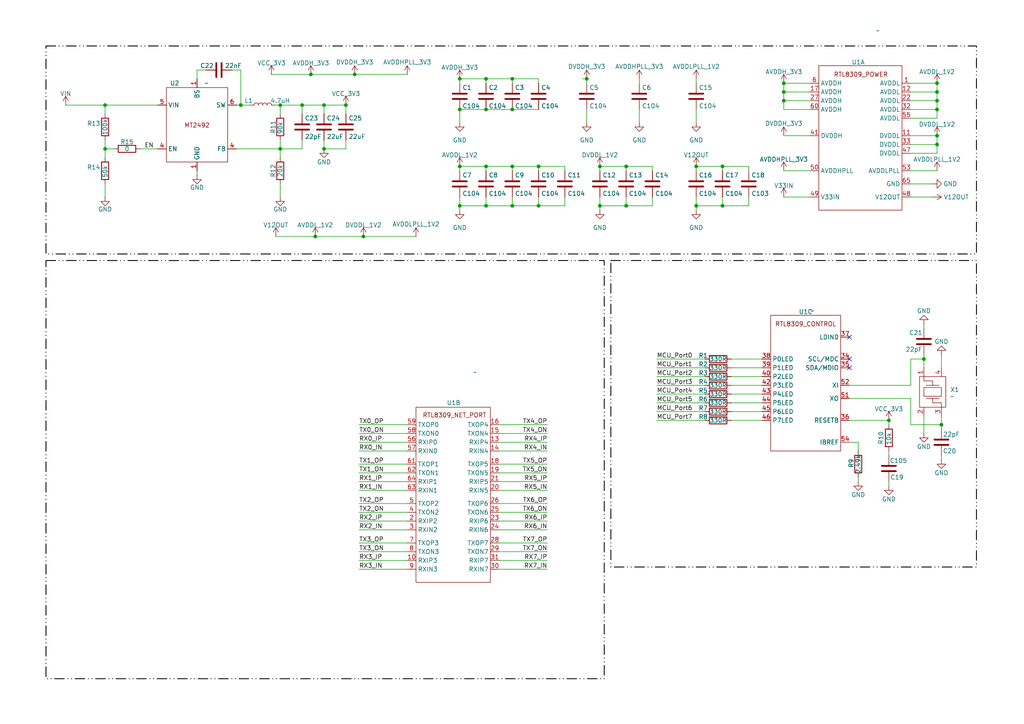
<source format=kicad_sch>
(kicad_sch (version 20231120) (generator "eeschema") (generator_version "8.0")
  (paper "A4")
  (lib_symbols
    (symbol "Device:C" (pin_numbers hide) (pin_names (offset 0.254))
      (property "Reference" "C" (at 0.635 2.54 0))
      (property "Value" "C" (at 0.635 -2.54 0))
      (symbol "C_1_1"
        (pin passive line (at 0 3.81 270) (length 2.794) (name "~") (number "1"))
        (pin passive line (at 0 -3.81 90) (length 2.794) (name "~") (number "2"))
      )
    )
    (symbol "Device:L" (pin_numbers hide) (pin_names (offset 1.016) hide)
      (property "Reference" "L" (at -1.27 0 90))
      (property "Value" "L" (at 1.905 0 90))
      (symbol "L_1_1"
        (pin passive line (at 0 3.81 270) (length 1.27) (name "1") (number "1"))
        (pin passive line (at 0 -3.81 90) (length 1.27) (name "2") (number "2"))
      )
    )
    (symbol "Device:R" (pin_numbers hide) (pin_names (offset 0))
      (property "Reference" "R" (at 2.032 0 90))
      (property "Value" "R" (at 0 0 90))
      (symbol "R_1_1"
        (pin passive line (at 0 3.81 270) (length 1.27) (name "~") (number "1"))
        (pin passive line (at 0 -3.81 90) (length 1.27) (name "~") (number "2"))
      )
    )
    (symbol "NetHub:25MHZ_X322525MOB4SI"
      (property "Reference" "X" (at 4.318 0.762 0))
      (symbol "25MHZ_X322525MOB4SI_1_1"
        (pin bidirectional line (at 11.43 -1.27 180) (length 2.54) (name "") (number "1"))
        (pin bidirectional line (at -2.54 -1.27 0) (length 2.54) (name "") (number "2"))
        (pin bidirectional line (at -2.54 -6.35 0) (length 2.54) (name "") (number "3"))
        (pin bidirectional line (at 11.43 -6.35 180) (length 2.54) (name "") (number "4"))
      )
    )
    (symbol "NetHub:MT2492"
      (property "Reference" "U" (at 0.508 1.27 0))
      (symbol "MT2492_1_1"
        (text "MT2492" (at 8.89 -10.922 0) (effects (font (size 1.27 1.27))))
        (pin bidirectional line (at 8.89 2.54 270) (length 2.54) (name "BS") (number "1"))
        (pin input line (at 8.89 -24.13 90) (length 2.54) (name "GND") (number "1"))
        (pin input line (at -2.54 -17.78 0) (length 2.54) (name "EN") (number "4"))
        (pin input line (at 20.32 -17.78 180) (length 2.54) (name "FB") (number "4"))
        (pin power_in line (at -2.54 -5.08 0) (length 2.54) (name "VIN") (number "5"))
        (pin power_out line (at 20.32 -5.08 180) (length 2.54) (name "SW") (number "6"))
      )
    )
    (symbol "NetHub:RTL8309-VB-CG"
      (property "Reference" "U1" (at 11.684 1.016 0))
      (property "Value" "~" (at 12.065 1.27 0))
      (symbol "RTL8309-VB-CG_1_1"
        (text "RTL8309_POWER" (at 7.112 -11.43 0) (effects (font (size 1.27 1.27))))
        (pin power_in line (at 21.59 -13.97 180) (length 2.54) (name "AVDDL") (number "1"))
        (pin power_in line (at 21.59 -29.21 180) (length 2.54) (name "DVDDL") (number "11"))
        (pin power_in line (at 21.59 -16.51 180) (length 2.54) (name "AVDDL") (number "12"))
        (pin power_in line (at -7.62 -16.51 0) (length 2.54) (name "AVDDH") (number "17"))
        (pin power_in line (at 21.59 -19.05 180) (length 2.54) (name "AVDDL") (number "22"))
        (pin power_in line (at -7.62 -19.05 0) (length 2.54) (name "AVDDH") (number "27"))
        (pin power_in line (at 21.59 -21.59 180) (length 2.54) (name "AVDDL") (number "32"))
        (pin power_in line (at 21.59 -31.75 180) (length 2.54) (name "DVDDL") (number "33"))
        (pin power_in line (at -7.62 -29.21 0) (length 2.54) (name "DVDDH") (number "41"))
        (pin power_in line (at 21.59 -34.29 180) (length 2.54) (name "DVDDL") (number "47"))
        (pin power_out line (at 21.59 -46.99 180) (length 2.54) (name "V12OUT") (number "48"))
        (pin power_in line (at -7.62 -46.99 0) (length 2.54) (name "V33IN") (number "49"))
        (pin power_in line (at -7.62 -39.37 0) (length 2.54) (name "AVDDHPLL") (number "50"))
        (pin power_in line (at 21.59 -39.37 180) (length 2.54) (name "AVDDLPLL") (number "53"))
        (pin power_in line (at 21.59 -24.13 180) (length 2.54) (name "AVDDL") (number "55"))
        (pin power_in line (at -7.62 -13.97 0) (length 2.54) (name "AVDDH") (number "6"))
        (pin power_in line (at -7.62 -21.59 0) (length 2.54) (name "AVDDH") (number "60"))
        (pin power_in line (at 21.59 -43.18 180) (length 2.54) (name "GND") (number "65"))
      )
      (symbol "RTL8309-VB-CG_2_1"
        (text "RTL8309_NET_PORT\n" (at 6.096 -11.176 0) (effects (font (size 1.27 1.27))))
        (pin bidirectional line (at -7.62 -53.34 0) (length 2.54) (name "RXIP3") (number "10"))
        (pin bidirectional line (at 19.05 -19.05 180) (length 2.54) (name "RXIP4") (number "13"))
        (pin bidirectional line (at 19.05 -21.59 180) (length 2.54) (name "RXIN4") (number "14"))
        (pin bidirectional line (at 19.05 -16.51 180) (length 2.54) (name "TXON4") (number "15"))
        (pin bidirectional line (at 19.05 -13.97 180) (length 2.54) (name "TXOP4") (number "16"))
        (pin bidirectional line (at 19.05 -25.4 180) (length 2.54) (name "TXOP5") (number "18"))
        (pin bidirectional line (at 19.05 -27.94 180) (length 2.54) (name "TXON5") (number "19"))
        (pin bidirectional line (at -7.62 -41.91 0) (length 2.54) (name "RXIP2") (number "2"))
        (pin bidirectional line (at 19.05 -33.02 180) (length 2.54) (name "RXIN5") (number "20"))
        (pin bidirectional line (at 19.05 -30.48 180) (length 2.54) (name "RXIP5") (number "21"))
        (pin bidirectional line (at 19.05 -41.91 180) (length 2.54) (name "RXIP6") (number "23"))
        (pin bidirectional line (at 19.05 -44.45 180) (length 2.54) (name "RXIN6") (number "24"))
        (pin bidirectional line (at 19.05 -39.37 180) (length 2.54) (name "TXON6") (number "25"))
        (pin bidirectional line (at 19.05 -36.83 180) (length 2.54) (name "TXOP6") (number "26"))
        (pin bidirectional line (at 19.05 -48.26 180) (length 2.54) (name "TXOP7") (number "28"))
        (pin bidirectional line (at 19.05 -50.8 180) (length 2.54) (name "TXON7") (number "29"))
        (pin bidirectional line (at -7.62 -44.45 0) (length 2.54) (name "RXIN2") (number "3"))
        (pin bidirectional line (at 19.05 -55.88 180) (length 2.54) (name "RXIN7") (number "30"))
        (pin bidirectional line (at 19.05 -53.34 180) (length 2.54) (name "RXIP7") (number "31"))
        (pin bidirectional line (at -7.62 -39.37 0) (length 2.54) (name "TXON2") (number "4"))
        (pin bidirectional line (at -7.62 -36.83 0) (length 2.54) (name "TXOP2") (number "5"))
        (pin bidirectional line (at -7.62 -19.05 0) (length 2.54) (name "RXIP0") (number "56"))
        (pin bidirectional line (at -7.62 -21.59 0) (length 2.54) (name "RXIN0") (number "57"))
        (pin bidirectional line (at -7.62 -16.51 0) (length 2.54) (name "TXON0") (number "58"))
        (pin bidirectional line (at -7.62 -13.97 0) (length 2.54) (name "TXOP0") (number "59"))
        (pin bidirectional line (at -7.62 -25.4 0) (length 2.54) (name "TXOP1") (number "61"))
        (pin bidirectional line (at -7.62 -27.94 0) (length 2.54) (name "TXON1") (number "62"))
        (pin bidirectional line (at -7.62 -33.02 0) (length 2.54) (name "RXIN1") (number "63"))
        (pin bidirectional line (at -7.62 -30.48 0) (length 2.54) (name "RXIP1") (number "64"))
        (pin bidirectional line (at -7.62 -48.26 0) (length 2.54) (name "TXOP3") (number "7"))
        (pin bidirectional line (at -7.62 -50.8 0) (length 2.54) (name "TXON3") (number "8"))
        (pin bidirectional line (at -7.62 -55.88 0) (length 2.54) (name "RXIN3") (number "9"))
      )
      (symbol "RTL8309-VB-CG_3_1"
        (text "RTL8309_CONTROL\n\n" (at 5.08 -12.446 0) (effects (font (size 1.27 1.27))))
        (pin bidirectional line (at 17.78 -21.59 180) (length 2.54) (name "SCL/MDC") (number "34"))
        (pin bidirectional line (at 17.78 -24.13 180) (length 2.54) (name "SDA/MDIO") (number "35"))
        (pin input line (at 17.78 -39.37 180) (length 2.54) (name "RESETB") (number "36"))
        (pin bidirectional line (at 17.78 -15.24 180) (length 2.54) (name "LDIND") (number "37"))
        (pin bidirectional line (at -7.62 -22.86 0) (length 2.54) (name "P0LED") (number "38"))
        (pin bidirectional line (at -7.62 -25.4 0) (length 2.54) (name "P1LED") (number "39"))
        (pin bidirectional line (at -7.62 -27.94 0) (length 2.54) (name "P2LED") (number "40"))
        (pin bidirectional line (at -7.62 -30.48 0) (length 2.54) (name "P3LED") (number "42"))
        (pin bidirectional line (at -7.62 -33.02 0) (length 2.54) (name "P4LED") (number "43"))
        (pin bidirectional line (at -7.62 -35.56 0) (length 2.54) (name "P5LED") (number "44"))
        (pin bidirectional line (at -7.62 -38.1 0) (length 2.54) (name "P6LED") (number "45"))
        (pin bidirectional line (at -7.62 -40.64 0) (length 2.54) (name "P7LED") (number "46"))
        (pin output line (at 17.78 -31.75 180) (length 2.54) (name "XO") (number "51"))
        (pin input line (at 17.78 -29.21 180) (length 2.54) (name "XI") (number "52"))
        (pin output line (at 17.78 -45.72 180) (length 2.54) (name "IBREF") (number "54"))
      )
    )
    (symbol "RTL8309-VB-CG_1"
      (property "Reference" "U1" (at 11.684 1.016 0))
      (property "Value" "~" (at 12.065 1.27 0))
      (symbol "RTL8309-VB-CG_1_1_1"
        (text "RTL8309_POWER" (at 7.112 -11.43 0) (effects (font (size 1.27 1.27))))
        (pin power_in line (at 21.59 -13.97 180) (length 2.54) (name "AVDDL") (number "1"))
        (pin power_in line (at 21.59 -29.21 180) (length 2.54) (name "DVDDL") (number "11"))
        (pin power_in line (at 21.59 -16.51 180) (length 2.54) (name "AVDDL") (number "12"))
        (pin power_in line (at -7.62 -16.51 0) (length 2.54) (name "AVDDH") (number "17"))
        (pin power_in line (at 21.59 -19.05 180) (length 2.54) (name "AVDDL") (number "22"))
        (pin power_in line (at -7.62 -19.05 0) (length 2.54) (name "AVDDH") (number "27"))
        (pin power_in line (at 21.59 -21.59 180) (length 2.54) (name "AVDDL") (number "32"))
        (pin power_in line (at 21.59 -31.75 180) (length 2.54) (name "DVDDL") (number "33"))
        (pin power_in line (at -7.62 -29.21 0) (length 2.54) (name "DVDDH") (number "41"))
        (pin power_in line (at 21.59 -34.29 180) (length 2.54) (name "DVDDL") (number "47"))
        (pin power_out line (at 21.59 -46.99 180) (length 2.54) (name "V12OUT") (number "48"))
        (pin power_in line (at -7.62 -46.99 0) (length 2.54) (name "V33IN") (number "49"))
        (pin power_in line (at -7.62 -39.37 0) (length 2.54) (name "AVDDHPLL") (number "50"))
        (pin power_in line (at 21.59 -39.37 180) (length 2.54) (name "AVDDLPLL") (number "53"))
        (pin power_in line (at 21.59 -24.13 180) (length 2.54) (name "AVDDL") (number "55"))
        (pin power_in line (at -7.62 -13.97 0) (length 2.54) (name "AVDDH") (number "6"))
        (pin power_in line (at -7.62 -21.59 0) (length 2.54) (name "AVDDH") (number "60"))
        (pin power_in line (at 21.59 -43.18 180) (length 2.54) (name "GND") (number "65"))
      )
      (symbol "RTL8309-VB-CG_1_2_1"
        (text "RTL8309_NET_PORT\n" (at 6.096 -11.176 0) (effects (font (size 1.27 1.27))))
        (pin bidirectional line (at -7.62 -53.34 0) (length 2.54) (name "RXIP3") (number "10"))
        (pin bidirectional line (at 19.05 -19.05 180) (length 2.54) (name "RXIP4") (number "13"))
        (pin bidirectional line (at 19.05 -21.59 180) (length 2.54) (name "RXIN4") (number "14"))
        (pin bidirectional line (at 19.05 -16.51 180) (length 2.54) (name "TXON4") (number "15"))
        (pin bidirectional line (at 19.05 -13.97 180) (length 2.54) (name "TXOP4") (number "16"))
        (pin bidirectional line (at 19.05 -25.4 180) (length 2.54) (name "TXOP5") (number "18"))
        (pin bidirectional line (at 19.05 -27.94 180) (length 2.54) (name "TXON5") (number "19"))
        (pin bidirectional line (at -7.62 -41.91 0) (length 2.54) (name "RXIP2") (number "2"))
        (pin bidirectional line (at 19.05 -33.02 180) (length 2.54) (name "RXIN5") (number "20"))
        (pin bidirectional line (at 19.05 -30.48 180) (length 2.54) (name "RXIP5") (number "21"))
        (pin bidirectional line (at 19.05 -41.91 180) (length 2.54) (name "RXIP6") (number "23"))
        (pin bidirectional line (at 19.05 -44.45 180) (length 2.54) (name "RXIN6") (number "24"))
        (pin bidirectional line (at 19.05 -39.37 180) (length 2.54) (name "TXON6") (number "25"))
        (pin bidirectional line (at 19.05 -36.83 180) (length 2.54) (name "TXOP6") (number "26"))
        (pin bidirectional line (at 19.05 -48.26 180) (length 2.54) (name "TXOP7") (number "28"))
        (pin bidirectional line (at 19.05 -50.8 180) (length 2.54) (name "TXON7") (number "29"))
        (pin bidirectional line (at -7.62 -44.45 0) (length 2.54) (name "RXIN2") (number "3"))
        (pin bidirectional line (at 19.05 -55.88 180) (length 2.54) (name "RXIN7") (number "30"))
        (pin bidirectional line (at 19.05 -53.34 180) (length 2.54) (name "RXIP7") (number "31"))
        (pin bidirectional line (at -7.62 -39.37 0) (length 2.54) (name "TXON2") (number "4"))
        (pin bidirectional line (at -7.62 -36.83 0) (length 2.54) (name "TXOP2") (number "5"))
        (pin bidirectional line (at -7.62 -19.05 0) (length 2.54) (name "RXIP0") (number "56"))
        (pin bidirectional line (at -7.62 -21.59 0) (length 2.54) (name "RXIN0") (number "57"))
        (pin bidirectional line (at -7.62 -16.51 0) (length 2.54) (name "TXON0") (number "58"))
        (pin bidirectional line (at -7.62 -13.97 0) (length 2.54) (name "TXOP0") (number "59"))
        (pin bidirectional line (at -7.62 -25.4 0) (length 2.54) (name "TXOP1") (number "61"))
        (pin bidirectional line (at -7.62 -27.94 0) (length 2.54) (name "TXON1") (number "62"))
        (pin bidirectional line (at -7.62 -33.02 0) (length 2.54) (name "RXIN1") (number "63"))
        (pin bidirectional line (at -7.62 -30.48 0) (length 2.54) (name "RXIP1") (number "64"))
        (pin bidirectional line (at -7.62 -48.26 0) (length 2.54) (name "TXOP3") (number "7"))
        (pin bidirectional line (at -7.62 -50.8 0) (length 2.54) (name "TXON3") (number "8"))
        (pin bidirectional line (at -7.62 -55.88 0) (length 2.54) (name "RXIN3") (number "9"))
      )
      (symbol "RTL8309-VB-CG_1_3_1"
        (text "RTL8309_CONTROL\n\n" (at 5.08 -12.446 0) (effects (font (size 1.27 1.27))))
        (pin bidirectional line (at 17.78 -21.59 180) (length 2.54) (name "SCL/MDC") (number "34"))
        (pin bidirectional line (at 17.78 -24.13 180) (length 2.54) (name "SDA/MDIO") (number "35"))
        (pin input line (at 17.78 -39.37 180) (length 2.54) (name "RESETB") (number "36"))
        (pin bidirectional line (at 17.78 -15.24 180) (length 2.54) (name "LDIND") (number "37"))
        (pin bidirectional line (at -7.62 -22.86 0) (length 2.54) (name "P0LED") (number "38"))
        (pin bidirectional line (at -7.62 -25.4 0) (length 2.54) (name "P1LED") (number "39"))
        (pin bidirectional line (at -7.62 -27.94 0) (length 2.54) (name "P2LED") (number "40"))
        (pin bidirectional line (at -7.62 -30.48 0) (length 2.54) (name "P3LED") (number "42"))
        (pin bidirectional line (at -7.62 -33.02 0) (length 2.54) (name "P4LED") (number "43"))
        (pin bidirectional line (at -7.62 -35.56 0) (length 2.54) (name "P5LED") (number "44"))
        (pin bidirectional line (at -7.62 -38.1 0) (length 2.54) (name "P6LED") (number "45"))
        (pin bidirectional line (at -7.62 -40.64 0) (length 2.54) (name "P7LED") (number "46"))
        (pin output line (at 17.78 -31.75 180) (length 2.54) (name "XO") (number "51"))
        (pin input line (at 17.78 -29.21 180) (length 2.54) (name "XI") (number "52"))
        (pin output line (at 17.78 -45.72 180) (length 2.54) (name "IBREF") (number "54"))
      )
    )
    (symbol "RTL8309-VB-CG_2"
      (property "Reference" "U" (at 10.668 0.762 0))
      (symbol "RTL8309-VB-CG_2_1_1"
        (text "RTL8309_POWER" (at 12.192 -2.54 0) (effects (font (size 1.27 1.27))))
        (pin power_in line (at 26.67 -5.08 180) (length 2.54) (name "AVDDL") (number "1"))
        (pin power_in line (at 26.67 -20.32 180) (length 2.54) (name "DVDDL") (number "11"))
        (pin power_in line (at 26.67 -7.62 180) (length 2.54) (name "AVDDL") (number "12"))
        (pin power_in line (at -2.54 -7.62 0) (length 2.54) (name "AVDDH") (number "17"))
        (pin power_in line (at 26.67 -10.16 180) (length 2.54) (name "AVDDL") (number "22"))
        (pin power_in line (at -2.54 -10.16 0) (length 2.54) (name "AVDDH") (number "27"))
        (pin power_in line (at 26.67 -12.7 180) (length 2.54) (name "AVDDL") (number "32"))
        (pin power_in line (at 26.67 -22.86 180) (length 2.54) (name "DVDDL") (number "33"))
        (pin power_in line (at -2.54 -20.32 0) (length 2.54) (name "DVDDH") (number "41"))
        (pin power_in line (at 26.67 -25.4 180) (length 2.54) (name "DVDDL") (number "47"))
        (pin power_out line (at -2.54 -35.56 0) (length 2.54) (name "V12OUT") (number "48"))
        (pin power_in line (at -2.54 -38.1 0) (length 2.54) (name "V33IN") (number "49"))
        (pin power_in line (at -2.54 -30.48 0) (length 2.54) (name "AVDDHPLL") (number "50"))
        (pin power_in line (at 26.67 -30.48 180) (length 2.54) (name "AVDDLPLL") (number "53"))
        (pin power_in line (at 26.67 -15.24 180) (length 2.54) (name "AVDDL") (number "55"))
        (pin power_in line (at -2.54 -5.08 0) (length 2.54) (name "AVDDH") (number "6"))
        (pin power_in line (at -2.54 -12.7 0) (length 2.54) (name "AVDDH") (number "60"))
        (pin power_in line (at 26.67 -38.1 180) (length 2.54) (name "GND") (number "65"))
      )
      (symbol "RTL8309-VB-CG_2_2_1"
        (text "RTL8309_NET_PORT\n" (at 11.176 -2.286 0) (effects (font (size 1.27 1.27))))
        (pin bidirectional line (at -2.54 -44.45 0) (length 2.54) (name "RXIP3") (number "10"))
        (pin bidirectional line (at 24.13 -10.16 180) (length 2.54) (name "RXIP4") (number "13"))
        (pin bidirectional line (at 24.13 -12.7 180) (length 2.54) (name "RXIN4") (number "14"))
        (pin bidirectional line (at 24.13 -7.62 180) (length 2.54) (name "TXON4") (number "15"))
        (pin bidirectional line (at 24.13 -5.08 180) (length 2.54) (name "TXOP4") (number "16"))
        (pin bidirectional line (at 24.13 -16.51 180) (length 2.54) (name "TXOP5") (number "18"))
        (pin bidirectional line (at 24.13 -19.05 180) (length 2.54) (name "TXON5") (number "19"))
        (pin bidirectional line (at -2.54 -33.02 0) (length 2.54) (name "RXIP2") (number "2"))
        (pin bidirectional line (at 24.13 -24.13 180) (length 2.54) (name "RXIN5") (number "20"))
        (pin bidirectional line (at 24.13 -21.59 180) (length 2.54) (name "RXIP5") (number "21"))
        (pin bidirectional line (at 24.13 -33.02 180) (length 2.54) (name "RXIP6") (number "23"))
        (pin bidirectional line (at 24.13 -35.56 180) (length 2.54) (name "RXIN6") (number "24"))
        (pin bidirectional line (at 24.13 -30.48 180) (length 2.54) (name "TXON6") (number "25"))
        (pin bidirectional line (at 24.13 -27.94 180) (length 2.54) (name "TXOP6") (number "26"))
        (pin bidirectional line (at 24.13 -39.37 180) (length 2.54) (name "TXOP7") (number "28"))
        (pin bidirectional line (at 24.13 -41.91 180) (length 2.54) (name "TXON7") (number "29"))
        (pin bidirectional line (at -2.54 -35.56 0) (length 2.54) (name "RXIN2") (number "3"))
        (pin bidirectional line (at 24.13 -46.99 180) (length 2.54) (name "RXIN7") (number "30"))
        (pin bidirectional line (at 24.13 -44.45 180) (length 2.54) (name "RXIP7") (number "31"))
        (pin bidirectional line (at -2.54 -30.48 0) (length 2.54) (name "TXON2") (number "4"))
        (pin bidirectional line (at -2.54 -27.94 0) (length 2.54) (name "TXOP2") (number "5"))
        (pin bidirectional line (at -2.54 -10.16 0) (length 2.54) (name "RXIP0") (number "56"))
        (pin bidirectional line (at -2.54 -12.7 0) (length 2.54) (name "RXIN0") (number "57"))
        (pin bidirectional line (at -2.54 -7.62 0) (length 2.54) (name "TXON0") (number "58"))
        (pin bidirectional line (at -2.54 -5.08 0) (length 2.54) (name "TXOP0") (number "59"))
        (pin bidirectional line (at -2.54 -16.51 0) (length 2.54) (name "TXOP1") (number "61"))
        (pin bidirectional line (at -2.54 -19.05 0) (length 2.54) (name "TXON1") (number "62"))
        (pin bidirectional line (at -2.54 -24.13 0) (length 2.54) (name "RXIN1") (number "63"))
        (pin bidirectional line (at -2.54 -21.59 0) (length 2.54) (name "RXIP1") (number "64"))
        (pin bidirectional line (at -2.54 -39.37 0) (length 2.54) (name "TXOP3") (number "7"))
        (pin bidirectional line (at -2.54 -41.91 0) (length 2.54) (name "TXON3") (number "8"))
        (pin bidirectional line (at -2.54 -46.99 0) (length 2.54) (name "RXIN3") (number "9"))
      )
      (symbol "RTL8309-VB-CG_2_3_1"
        (text "RTL8309_CONTROL\n\n" (at 10.16 -3.556 0) (effects (font (size 1.27 1.27))))
        (pin bidirectional line (at 22.86 -12.7 180) (length 2.54) (name "SCL/MDC") (number "34"))
        (pin bidirectional line (at 22.86 -15.24 180) (length 2.54) (name "SDA/MDIO") (number "35"))
        (pin input line (at 22.86 -30.48 180) (length 2.54) (name "RESETB") (number "36"))
        (pin bidirectional line (at 22.86 -6.35 180) (length 2.54) (name "LDIND") (number "37"))
        (pin bidirectional line (at -2.54 -12.7 0) (length 2.54) (name "P0LED") (number "38"))
        (pin bidirectional line (at -2.54 -15.24 0) (length 2.54) (name "P1LED") (number "39"))
        (pin bidirectional line (at -2.54 -17.78 0) (length 2.54) (name "P2LED") (number "40"))
        (pin bidirectional line (at -2.54 -20.32 0) (length 2.54) (name "P3LED") (number "42"))
        (pin bidirectional line (at -2.54 -22.86 0) (length 2.54) (name "P4LED") (number "43"))
        (pin bidirectional line (at -2.54 -25.4 0) (length 2.54) (name "P5LED") (number "44"))
        (pin bidirectional line (at -2.54 -27.94 0) (length 2.54) (name "P6LED") (number "45"))
        (pin bidirectional line (at -2.54 -30.48 0) (length 2.54) (name "P7LED") (number "46"))
        (pin output line (at 22.86 -24.13 180) (length 2.54) (name "XO") (number "51"))
        (pin input line (at 22.86 -20.32 180) (length 2.54) (name "XI") (number "52"))
        (pin output line (at 22.86 -36.83 180) (length 2.54) (name "IBREF") (number "54"))
      )
    )
    (symbol "power:GND" (power) (pin_numbers hide) (pin_names (offset 0) hide)
      (property "Value" "GND" (at 0 -3.81 0))
      (symbol "GND_1_1"
        (pin power_in line (at 0 0 270) (length 0) (name "~") (number "1"))
      )
    )
    (symbol "power:VCC" (power) (pin_numbers hide) (pin_names (offset 0) hide)
      (property "Value" "VCC" (at 0 3.556 0))
      (symbol "VCC_1_1"
        (pin power_in line (at 0 0 90) (length 0) (name "~") (number "1"))
      )
    )
  )
  (junction (at 133.35 22.86))
  (junction (at 140.97 59.69))
  (junction (at 209.55 59.69))
  (junction (at 267.97 104.14))
  (junction (at 271.78 26.67))
  (junction (at 81.28 30.48))
  (junction (at 100.33 30.48))
  (junction (at 133.35 31.75))
  (junction (at 133.35 59.69))
  (junction (at 148.59 59.69))
  (junction (at 173.99 48.26))
  (junction (at 181.61 59.69))
  (junction (at 271.78 24.13))
  (junction (at 91.44 68.58))
  (junction (at 173.99 59.69))
  (junction (at 133.35 48.26))
  (junction (at 271.78 31.75))
  (junction (at 257.81 121.92))
  (junction (at 87.63 30.48))
  (junction (at 148.59 22.86))
  (junction (at 93.98 43.18))
  (junction (at 69.85 30.48))
  (junction (at 156.21 48.26))
  (junction (at 273.05 123.19))
  (junction (at 81.28 43.18))
  (junction (at 148.59 48.26))
  (junction (at 227.33 26.67))
  (junction (at 201.93 59.69))
  (junction (at 148.59 31.75))
  (junction (at 140.97 48.26))
  (junction (at 140.97 31.75))
  (junction (at 102.87 21.59))
  (junction (at 140.97 22.86))
  (junction (at 156.21 59.69))
  (junction (at 209.55 48.26))
  (junction (at 90.17 21.59))
  (junction (at 105.41 68.58))
  (junction (at 201.93 48.26))
  (junction (at 93.98 30.48))
  (junction (at 227.33 29.21))
  (junction (at 181.61 48.26))
  (junction (at 271.78 29.21))
  (junction (at 227.33 24.13))
  (junction (at 30.48 30.48))
  (junction (at 271.78 41.91))
  (junction (at 271.78 39.37))
  (junction (at 30.48 43.18))
  (junction (at 170.18 22.86))
  (no_connect (at 246.38 97.79))
  (no_connect (at 246.38 106.68))
  (no_connect (at 246.38 104.14))
  (wire (pts (xy 264.16 44.45) (xy 271.78 44.45)))
  (wire (pts (xy 133.35 24.13) (xy 133.35 22.86)))
  (wire (pts (xy 257.81 139.7) (xy 257.81 140.97)))
  (wire (pts (xy 81.28 53.34) (xy 81.28 57.15)))
  (wire (pts (xy 227.33 26.67) (xy 234.95 26.67)))
  (wire (pts (xy 158.75 139.7) (xy 144.78 139.7)))
  (wire (pts (xy 156.21 22.86) (xy 156.21 24.13)))
  (wire (pts (xy 248.92 138.43) (xy 248.92 139.7)))
  (wire (pts (xy 158.75 162.56) (xy 144.78 162.56)))
  (wire (pts (xy 201.93 59.69) (xy 209.55 59.69)))
  (wire (pts (xy 87.63 40.64) (xy 87.63 43.18)))
  (wire (pts (xy 267.97 104.14) (xy 267.97 102.87)))
  (wire (pts (xy 212.09 104.14) (xy 220.98 104.14)))
  (wire (pts (xy 90.17 21.59) (xy 102.87 21.59)))
  (wire (pts (xy 227.33 29.21) (xy 227.33 31.75)))
  (wire (pts (xy 170.18 35.56) (xy 170.18 31.75)))
  (wire (pts (xy 104.14 153.67) (xy 118.11 153.67)))
  (wire (pts (xy 201.93 49.53) (xy 201.93 48.26)))
  (wire (pts (xy 156.21 59.69) (xy 156.21 57.15)))
  (wire (pts (xy 133.35 59.69) (xy 133.35 60.96)))
  (wire (pts (xy 81.28 45.72) (xy 81.28 43.18)))
  (wire (pts (xy 173.99 59.69) (xy 173.99 60.96)))
  (wire (pts (xy 257.81 132.08) (xy 257.81 130.81)))
  (wire (pts (xy 158.75 128.27) (xy 144.78 128.27)))
  (wire (pts (xy 271.78 31.75) (xy 271.78 34.29)))
  (wire (pts (xy 140.97 48.26) (xy 148.59 48.26)))
  (wire (pts (xy 93.98 30.48) (xy 100.33 30.48)))
  (wire (pts (xy 170.18 22.86) (xy 170.18 24.13)))
  (wire (pts (xy 158.75 125.73) (xy 144.78 125.73)))
  (wire (pts (xy 267.97 120.65) (xy 267.97 125.73)))
  (wire (pts (xy 163.83 48.26) (xy 163.83 49.53)))
  (wire (pts (xy 57.15 49.53) (xy 57.15 50.8)))
  (wire (pts (xy 158.75 142.24) (xy 144.78 142.24)))
  (wire (pts (xy 181.61 48.26) (xy 189.23 48.26)))
  (wire (pts (xy 185.42 35.56) (xy 185.42 31.75)))
  (wire (pts (xy 264.16 57.15) (xy 270.51 57.15)))
  (wire (pts (xy 78.74 21.59) (xy 90.17 21.59)))
  (wire (pts (xy 267.97 104.14) (xy 267.97 106.68)))
  (wire (pts (xy 190.5 106.68) (xy 204.47 106.68)))
  (wire (pts (xy 273.05 102.87) (xy 273.05 106.68)))
  (wire (pts (xy 246.38 115.57) (xy 264.16 115.57)))
  (wire (pts (xy 148.59 49.53) (xy 148.59 48.26)))
  (wire (pts (xy 212.09 121.92) (xy 220.98 121.92)))
  (wire (pts (xy 100.33 30.48) (xy 100.33 33.02)))
  (wire (pts (xy 68.58 30.48) (xy 69.85 30.48)))
  (wire (pts (xy 68.58 43.18) (xy 81.28 43.18)))
  (wire (pts (xy 158.75 123.19) (xy 144.78 123.19)))
  (wire (pts (xy 133.35 22.86) (xy 140.97 22.86)))
  (wire (pts (xy 264.16 104.14) (xy 264.16 111.76)))
  (wire (pts (xy 158.75 165.1) (xy 144.78 165.1)))
  (wire (pts (xy 93.98 40.64) (xy 93.98 43.18)))
  (wire (pts (xy 158.75 151.13) (xy 144.78 151.13)))
  (wire (pts (xy 190.5 119.38) (xy 204.47 119.38)))
  (wire (pts (xy 212.09 106.68) (xy 220.98 106.68)))
  (wire (pts (xy 217.17 49.53) (xy 217.17 48.26)))
  (wire (pts (xy 246.38 111.76) (xy 264.16 111.76)))
  (wire (pts (xy 158.75 137.16) (xy 144.78 137.16)))
  (wire (pts (xy 30.48 40.64) (xy 30.48 43.18)))
  (wire (pts (xy 133.35 31.75) (xy 140.97 31.75)))
  (wire (pts (xy 264.16 123.19) (xy 273.05 123.19)))
  (wire (pts (xy 264.16 53.34) (xy 270.51 53.34)))
  (wire (pts (xy 104.14 139.7) (xy 118.11 139.7)))
  (wire (pts (xy 69.85 30.48) (xy 72.39 30.48)))
  (wire (pts (xy 87.63 30.48) (xy 93.98 30.48)))
  (wire (pts (xy 30.48 30.48) (xy 30.48 33.02)))
  (wire (pts (xy 181.61 59.69) (xy 189.23 59.69)))
  (wire (pts (xy 57.15 20.32) (xy 59.69 20.32)))
  (wire (pts (xy 104.14 151.13) (xy 118.11 151.13)))
  (wire (pts (xy 140.97 22.86) (xy 148.59 22.86)))
  (wire (pts (xy 209.55 48.26) (xy 217.17 48.26)))
  (wire (pts (xy 271.78 29.21) (xy 271.78 31.75)))
  (wire (pts (xy 227.33 26.67) (xy 227.33 29.21)))
  (wire (pts (xy 264.16 31.75) (xy 271.78 31.75)))
  (wire (pts (xy 190.5 121.92) (xy 204.47 121.92)))
  (wire (pts (xy 173.99 48.26) (xy 181.61 48.26)))
  (wire (pts (xy 158.75 148.59) (xy 144.78 148.59)))
  (wire (pts (xy 30.48 43.18) (xy 33.02 43.18)))
  (wire (pts (xy 209.55 49.53) (xy 209.55 48.26)))
  (wire (pts (xy 264.16 24.13) (xy 271.78 24.13)))
  (wire (pts (xy 133.35 49.53) (xy 133.35 48.26)))
  (wire (pts (xy 140.97 24.13) (xy 140.97 22.86)))
  (wire (pts (xy 173.99 49.53) (xy 173.99 48.26)))
  (wire (pts (xy 273.05 123.19) (xy 273.05 120.65)))
  (wire (pts (xy 212.09 116.84) (xy 220.98 116.84)))
  (wire (pts (xy 264.16 34.29) (xy 271.78 34.29)))
  (wire (pts (xy 104.14 142.24) (xy 118.11 142.24)))
  (wire (pts (xy 104.14 148.59) (xy 118.11 148.59)))
  (wire (pts (xy 67.31 20.32) (xy 69.85 20.32)))
  (wire (pts (xy 81.28 30.48) (xy 87.63 30.48)))
  (wire (pts (xy 271.78 41.91) (xy 271.78 44.45)))
  (wire (pts (xy 93.98 43.18) (xy 100.33 43.18)))
  (wire (pts (xy 87.63 43.18) (xy 81.28 43.18)))
  (wire (pts (xy 264.16 104.14) (xy 267.97 104.14)))
  (wire (pts (xy 104.14 137.16) (xy 118.11 137.16)))
  (wire (pts (xy 30.48 30.48) (xy 45.72 30.48)))
  (wire (pts (xy 227.33 49.53) (xy 234.95 49.53)))
  (wire (pts (xy 133.35 31.75) (xy 133.35 35.56)))
  (wire (pts (xy 246.38 121.92) (xy 257.81 121.92)))
  (wire (pts (xy 133.35 59.69) (xy 133.35 57.15)))
  (wire (pts (xy 81.28 33.02) (xy 81.28 30.48)))
  (wire (pts (xy 227.33 31.75) (xy 234.95 31.75)))
  (wire (pts (xy 264.16 115.57) (xy 264.16 123.19)))
  (wire (pts (xy 104.14 160.02) (xy 118.11 160.02)))
  (wire (pts (xy 140.97 59.69) (xy 140.97 57.15)))
  (wire (pts (xy 91.44 68.58) (xy 105.41 68.58)))
  (wire (pts (xy 140.97 31.75) (xy 148.59 31.75)))
  (wire (pts (xy 105.41 68.58) (xy 120.65 68.58)))
  (wire (pts (xy 190.5 104.14) (xy 204.47 104.14)))
  (wire (pts (xy 201.93 35.56) (xy 201.93 31.75)))
  (wire (pts (xy 173.99 59.69) (xy 173.99 57.15)))
  (wire (pts (xy 148.59 59.69) (xy 148.59 57.15)))
  (wire (pts (xy 227.33 57.15) (xy 234.95 57.15)))
  (wire (pts (xy 148.59 24.13) (xy 148.59 22.86)))
  (wire (pts (xy 158.75 160.02) (xy 144.78 160.02)))
  (wire (pts (xy 133.35 59.69) (xy 140.97 59.69)))
  (wire (pts (xy 212.09 119.38) (xy 220.98 119.38)))
  (wire (pts (xy 81.28 30.48) (xy 80.01 30.48)))
  (wire (pts (xy 148.59 31.75) (xy 156.21 31.75)))
  (wire (pts (xy 181.61 59.69) (xy 181.61 57.15)))
  (wire (pts (xy 257.81 121.92) (xy 257.81 123.19)))
  (wire (pts (xy 158.75 153.67) (xy 144.78 153.67)))
  (wire (pts (xy 181.61 49.53) (xy 181.61 48.26)))
  (wire (pts (xy 168.91 22.86) (xy 170.18 22.86)))
  (wire (pts (xy 264.16 39.37) (xy 271.78 39.37)))
  (wire (pts (xy 104.14 162.56) (xy 118.11 162.56)))
  (wire (pts (xy 185.42 22.86) (xy 185.42 24.13)))
  (wire (pts (xy 102.87 21.59) (xy 118.11 21.59)))
  (wire (pts (xy 163.83 59.69) (xy 163.83 57.15)))
  (wire (pts (xy 201.93 22.86) (xy 201.93 24.13)))
  (wire (pts (xy 104.14 134.62) (xy 118.11 134.62)))
  (wire (pts (xy 273.05 132.08) (xy 273.05 133.35)))
  (wire (pts (xy 104.14 125.73) (xy 118.11 125.73)))
  (wire (pts (xy 158.75 130.81) (xy 144.78 130.81)))
  (wire (pts (xy 189.23 49.53) (xy 189.23 48.26)))
  (wire (pts (xy 217.17 59.69) (xy 217.17 57.15)))
  (wire (pts (xy 271.78 26.67) (xy 271.78 29.21)))
  (wire (pts (xy 190.5 116.84) (xy 204.47 116.84)))
  (wire (pts (xy 227.33 24.13) (xy 234.95 24.13)))
  (wire (pts (xy 212.09 114.3) (xy 220.98 114.3)))
  (wire (pts (xy 81.28 40.64) (xy 81.28 43.18)))
  (wire (pts (xy 201.93 59.69) (xy 201.93 60.96)))
  (wire (pts (xy 271.78 39.37) (xy 271.78 41.91)))
  (wire (pts (xy 264.16 41.91) (xy 271.78 41.91)))
  (wire (pts (xy 173.99 59.69) (xy 181.61 59.69)))
  (wire (pts (xy 209.55 59.69) (xy 217.17 59.69)))
  (wire (pts (xy 212.09 109.22) (xy 220.98 109.22)))
  (wire (pts (xy 69.85 20.32) (xy 69.85 30.48)))
  (wire (pts (xy 156.21 48.26) (xy 156.21 49.53)))
  (wire (pts (xy 212.09 111.76) (xy 220.98 111.76)))
  (wire (pts (xy 40.64 43.18) (xy 45.72 43.18)))
  (wire (pts (xy 148.59 22.86) (xy 156.21 22.86)))
  (wire (pts (xy 140.97 49.53) (xy 140.97 48.26)))
  (wire (pts (xy 104.14 165.1) (xy 118.11 165.1)))
  (wire (pts (xy 100.33 43.18) (xy 100.33 40.64)))
  (wire (pts (xy 19.05 30.48) (xy 30.48 30.48)))
  (wire (pts (xy 227.33 29.21) (xy 234.95 29.21)))
  (wire (pts (xy 246.38 128.27) (xy 248.92 128.27)))
  (wire (pts (xy 104.14 157.48) (xy 118.11 157.48)))
  (wire (pts (xy 190.5 114.3) (xy 204.47 114.3)))
  (wire (pts (xy 201.93 48.26) (xy 209.55 48.26)))
  (wire (pts (xy 227.33 39.37) (xy 234.95 39.37)))
  (wire (pts (xy 264.16 29.21) (xy 271.78 29.21)))
  (wire (pts (xy 93.98 30.48) (xy 93.98 33.02)))
  (wire (pts (xy 104.14 123.19) (xy 118.11 123.19)))
  (wire (pts (xy 104.14 128.27) (xy 118.11 128.27)))
  (wire (pts (xy 57.15 22.86) (xy 57.15 20.32)))
  (wire (pts (xy 189.23 59.69) (xy 189.23 57.15)))
  (wire (pts (xy 80.01 68.58) (xy 91.44 68.58)))
  (wire (pts (xy 156.21 48.26) (xy 163.83 48.26)))
  (wire (pts (xy 271.78 24.13) (xy 271.78 26.67)))
  (wire (pts (xy 140.97 59.69) (xy 148.59 59.69)))
  (wire (pts (xy 87.63 30.48) (xy 87.63 33.02)))
  (wire (pts (xy 227.33 24.13) (xy 227.33 26.67)))
  (wire (pts (xy 30.48 43.18) (xy 30.48 45.72)))
  (wire (pts (xy 104.14 130.81) (xy 118.11 130.81)))
  (wire (pts (xy 133.35 48.26) (xy 140.97 48.26)))
  (wire (pts (xy 104.14 146.05) (xy 118.11 146.05)))
  (wire (pts (xy 148.59 48.26) (xy 156.21 48.26)))
  (wire (pts (xy 201.93 59.69) (xy 201.93 57.15)))
  (wire (pts (xy 30.48 53.34) (xy 30.48 57.15)))
  (wire (pts (xy 190.5 109.22) (xy 204.47 109.22)))
  (wire (pts (xy 264.16 26.67) (xy 271.78 26.67)))
  (wire (pts (xy 248.92 128.27) (xy 248.92 130.81)))
  (wire (pts (xy 209.55 59.69) (xy 209.55 57.15)))
  (wire (pts (xy 271.78 49.53) (xy 264.16 49.53)))
  (wire (pts (xy 156.21 59.69) (xy 163.83 59.69)))
  (wire (pts (xy 158.75 157.48) (xy 144.78 157.48)))
  (wire (pts (xy 158.75 146.05) (xy 144.78 146.05)))
  (wire (pts (xy 148.59 59.69) (xy 156.21 59.69)))
  (wire (pts (xy 190.5 111.76) (xy 204.47 111.76)))
  (wire (pts (xy 158.75 134.62) (xy 144.78 134.62)))
  (wire (pts (xy 273.05 124.46) (xy 273.05 123.19)))
  (wire (pts (xy 267.97 95.25) (xy 267.97 93.98)))
  (rectangle (start 13.335 13.335) (end 283.21 73.66) (stroke (width 0.254) (type dash_dot_dot) (color 0 0 0 1)))
  (rectangle (start 13.335 75.565) (end 175.26 196.85) (stroke (width 0.254) (type dash_dot_dot) (color 0 0 0 1)))
  (rectangle (start 177.165 75.565) (end 283.21 164.465) (stroke (width 0.254) (type dash_dot_dot) (color 0 0 0 1)))
  (label "RX2_IP" (at 104.14 151.13 0))
  (label "TX7_OP" (at 158.75 157.48 180))
  (label "TX6_OP" (at 158.75 146.05 180))
  (label "MCU_Port2" (at 190.5 109.22 0))
  (label "MCU_Port4" (at 190.5 114.3 0))
  (label "RX5_IN" (at 158.75 142.24 180))
  (label "TX0_OP" (at 104.14 123.19 0))
  (label "MCU_Port3" (at 190.5 111.76 0))
  (label "TX7_ON" (at 158.75 160.02 180))
  (label "RX7_IN" (at 158.75 165.1 180))
  (label "RX6_IP" (at 158.75 151.13 180))
  (label "TX0_ON" (at 104.14 125.73 0))
  (label "RX0_IN" (at 104.14 130.81 0))
  (label "TX1_ON" (at 104.14 137.16 0))
  (label "MCU_Port0" (at 190.5 104.14 0))
  (label "EN" (at 41.91 43.18 0))
  (label "RX3_IN" (at 104.14 165.1 0))
  (label "TX4_OP" (at 158.75 123.19 180))
  (label "TX2_ON" (at 104.14 148.59 0))
  (label "RX4_IP" (at 158.75 128.27 180))
  (label "TX3_ON" (at 104.14 160.02 0))
  (label "TX3_OP" (at 104.14 157.48 0))
  (label "TX5_ON" (at 158.75 137.16 180))
  (label "RX1_IN" (at 104.14 142.24 0))
  (label "RX3_IP" (at 104.14 162.56 0))
  (label "RX4_IN" (at 158.75 130.81 180))
  (label "RX0_IP" (at 104.14 128.27 0))
  (label "RX2_IN" (at 104.14 153.67 0))
  (label "TX5_OP" (at 158.75 134.62 180))
  (label "MCU_Port6" (at 190.5 119.38 0))
  (label "MCU_Port5" (at 190.5 116.84 0))
  (label "MCU_Port1" (at 190.5 106.68 0))
  (label "RX5_IP" (at 158.75 139.7 180))
  (label "MCU_Port7" (at 190.5 121.92 0))
  (label "TX2_OP" (at 104.14 146.05 0))
  (label "TX6_ON" (at 158.75 148.59 180))
  (label "RX6_IN" (at 158.75 153.67 180))
  (label "TX1_OP" (at 104.14 134.62 0))
  (label "RX7_IP" (at 158.75 162.56 180))
  (label "TX4_ON" (at 158.75 125.73 180))
  (label "RX1_IP" (at 104.14 139.7 0))
  (symbol (lib_id "power:VCC") (at 19.05 30.48 0) (unit 1)
    (property "Reference" "#PWR032" (effects (hide yes)))
    (property "Value" "VIN" (at 19.05 27.178 0))
    (property "Description" "Power symbol creates a global label with name \"VCC\"" (effects (hide yes)))
  )
  (symbol (lib_id "Device:C") (at 148.59 27.94 0) (unit 1)
    (property "Reference" "C3" (at 149.352 25.4 0) (effects (justify left)))
    (property "Value" "C104" (at 149.352 30.734 0) (effects (justify left)))
    (property "Description" "Unpolarized capacitor" (effects (hide yes)))
  )
  (symbol (lib_id "Device:R") (at 248.92 134.62 180) (unit 1)
    (property "Reference" "R9" (at 246.888 134.366 90))
    (property "Value" "2.49k" (at 248.92 134.62 90))
    (property "Description" "Resistor" (effects (hide yes)))
  )
  (symbol (lib_id "power:VCC") (at 227.33 39.37 0) (mirror y) (unit 1)
    (property "Reference" "#PWR04" (effects (hide yes)))
    (property "Value" "DVDDH_3V3" (at 227.33 35.814 0))
    (property "Description" "Power symbol creates a global label with name \"VCC\"" (effects (hide yes)))
  )
  (symbol (lib_id "power:VCC") (at 271.78 49.53 0) (unit 1)
    (property "Reference" "#PWR012" (effects (hide yes)))
    (property "Value" "AVDDLPLL_1V2" (at 271.78 46.228 0))
    (property "Description" "Power symbol creates a global label with name \"VCC\"" (effects (hide yes)))
  )
  (symbol (lib_id "power:VCC") (at 257.81 121.92 0) (mirror y) (unit 1)
    (property "Reference" "#PWR026" (effects (hide yes)))
    (property "Value" "VCC_3V3" (at 257.81 118.618 0))
    (property "Description" "Power symbol creates a global label with name \"VCC\"" (effects (hide yes)))
  )
  (symbol (lib_id "power:GND") (at 270.51 53.34 90) (unit 1)
    (property "Reference" "#PWR013" (effects (hide yes)))
    (property "Value" "GND" (at 273.558 53.34 90) (effects (justify right)))
    (property "Description" "Power symbol creates a global label with name \"GND\" , ground" (effects (hide yes)))
  )
  (symbol (lib_id "power:GND") (at 93.98 43.18 0) (unit 1)
    (property "Reference" "#PWR033" (effects (hide yes)))
    (property "Value" "GND" (at 93.98 46.99 0))
    (property "Description" "Power symbol creates a global label with name \"GND\" , ground" (effects (hide yes)))
  )
  (symbol (lib_name "RTL8309-VB-CG_1") (lib_id "NetHub:RTL8309-VB-CG") (at 242.57 10.16 0) (unit 1)
    (property "Reference" "U1" (at 248.92 18.034 0))
    (property "Value" "~" (at 254.635 8.89 0))
  )
  (symbol (lib_id "Device:C") (at 140.97 53.34 0) (unit 1)
    (property "Reference" "C8" (at 141.732 50.8 0) (effects (justify left)))
    (property "Value" "C104" (at 141.732 56.134 0) (effects (justify left)))
    (property "Description" "Unpolarized capacitor" (effects (hide yes)))
  )
  (symbol (lib_id "Device:R") (at 208.28 119.38 90) (unit 1)
    (property "Reference" "R7" (at 203.962 118.364 90))
    (property "Value" "330R" (at 208.28 119.38 90))
    (property "Description" "Resistor" (effects (hide yes)))
  )
  (symbol (lib_id "power:GND") (at 267.97 125.73 0) (unit 1)
    (property "Reference" "#PWR028" (effects (hide yes)))
    (property "Value" "GND" (at 267.97 129.54 0))
    (property "Description" "Power symbol creates a global label with name \"GND\" , ground" (effects (hide yes)))
  )
  (symbol (lib_id "Device:C") (at 156.21 27.94 0) (unit 1)
    (property "Reference" "C4" (at 156.972 25.4 0) (effects (justify left)))
    (property "Value" "C104" (at 156.972 30.734 0) (effects (justify left)))
    (property "Description" "Unpolarized capacitor" (effects (hide yes)))
  )
  (symbol (lib_id "Device:C") (at 156.21 53.34 0) (unit 1)
    (property "Reference" "C10" (at 156.972 50.8 0) (effects (justify left)))
    (property "Value" "C104" (at 156.972 56.134 0) (effects (justify left)))
    (property "Description" "Unpolarized capacitor" (effects (hide yes)))
  )
  (symbol (lib_id "NetHub:RTL8309-VB-CG") (at 125.73 109.22 0) (unit 2)
    (property "Reference" "U1" (at 131.572 116.84 0))
    (property "Value" "~" (at 137.795 107.95 0))
  )
  (symbol (lib_id "Device:C") (at 273.05 128.27 180) (unit 1)
    (property "Reference" "C20" (at 277.368 130.81 0) (effects (justify left)))
    (property "Value" "22pF" (at 278.384 125.984 0) (effects (justify left)))
    (property "Description" "Unpolarized capacitor" (effects (hide yes)))
  )
  (symbol (lib_id "power:VCC") (at 80.01 68.58 0) (unit 1)
    (property "Reference" "#PWR041" (effects (hide yes)))
    (property "Value" "V12OUT" (at 80.01 65.278 0))
    (property "Description" "Power symbol creates a global label with name \"VCC\"" (effects (hide yes)))
  )
  (symbol (lib_id "Device:C") (at 209.55 53.34 0) (unit 1)
    (property "Reference" "C17" (at 210.312 50.8 0) (effects (justify left)))
    (property "Value" "C104" (at 210.312 56.134 0) (effects (justify left)))
    (property "Description" "Unpolarized capacitor" (effects (hide yes)))
  )
  (symbol (lib_id "Device:R") (at 208.28 111.76 90) (unit 1)
    (property "Reference" "R4" (at 203.962 110.744 90))
    (property "Value" "330R" (at 208.28 111.76 90))
    (property "Description" "Resistor" (effects (hide yes)))
  )
  (symbol (lib_id "power:GND") (at 133.35 35.56 0) (unit 1)
    (property "Reference" "#PWR03" (effects (hide yes)))
    (property "Value" "GND" (at 133.35 40.64 0))
    (property "Description" "Power symbol creates a global label with name \"GND\" , ground" (effects (hide yes)))
  )
  (symbol (lib_id "Device:R") (at 208.28 116.84 90) (unit 1)
    (property "Reference" "R6" (at 203.962 115.824 90))
    (property "Value" "330R" (at 208.28 116.84 90))
    (property "Description" "Resistor" (effects (hide yes)))
  )
  (symbol (lib_id "power:VCC") (at 78.74 21.59 0) (unit 1)
    (property "Reference" "#PWR040" (effects (hide yes)))
    (property "Value" "VCC_3V3" (at 78.74 18.288 0))
    (property "Description" "Power symbol creates a global label with name \"VCC\"" (effects (hide yes)))
  )
  (symbol (lib_id "Device:R") (at 81.28 49.53 180) (unit 1)
    (property "Reference" "R12" (at 79.248 49.53 90))
    (property "Value" "20k" (at 81.28 49.53 90))
    (property "Description" "Resistor" (effects (hide yes)))
  )
  (symbol (lib_id "power:VCC") (at 91.44 68.58 0) (unit 1)
    (property "Reference" "#PWR042" (effects (hide yes)))
    (property "Value" "AVDDL_1V2" (at 91.44 65.278 0))
    (property "Description" "Power symbol creates a global label with name \"VCC\"" (effects (hide yes)))
  )
  (symbol (lib_id "Device:R") (at 208.28 104.14 90) (unit 1)
    (property "Reference" "R1" (at 203.962 103.124 90))
    (property "Value" "330R" (at 208.28 104.14 90))
    (property "Description" "Resistor" (effects (hide yes)))
  )
  (symbol (lib_id "power:GND") (at 170.18 35.56 0) (unit 1)
    (property "Reference" "#PWR05" (effects (hide yes)))
    (property "Value" "GND" (at 170.18 40.64 0))
    (property "Description" "Power symbol creates a global label with name \"GND\" , ground" (effects (hide yes)))
  )
  (symbol (lib_id "power:VCC") (at 170.18 22.86 0) (unit 1)
    (property "Reference" "#PWR06" (effects (hide yes)))
    (property "Value" "DVDDH_3V3" (at 170.18 19.304 0))
    (property "Description" "Power symbol creates a global label with name \"VCC\"" (effects (hide yes)))
  )
  (symbol (lib_id "power:VCC") (at 133.35 22.86 0) (unit 1)
    (property "Reference" "#PWR02" (effects (hide yes)))
    (property "Value" "AVDDH_3V3" (at 133.35 19.558 0))
    (property "Description" "Power symbol creates a global label with name \"VCC\"" (effects (hide yes)))
  )
  (symbol (lib_id "Device:R") (at 36.83 43.18 90) (unit 1)
    (property "Reference" "R15" (at 36.83 41.148 90))
    (property "Value" "0" (at 36.83 43.18 90))
    (property "Description" "Resistor" (effects (hide yes)))
  )
  (symbol (lib_id "Device:C") (at 100.33 36.83 0) (unit 1)
    (property "Reference" "C25" (at 101.092 34.29 0) (effects (justify left)))
    (property "Value" "22uF" (at 101.092 39.624 0) (effects (justify left)))
    (property "Description" "Unpolarized capacitor" (effects (hide yes)))
  )
  (symbol (lib_id "power:VCC") (at 227.33 49.53 0) (mirror y) (unit 1)
    (property "Reference" "#PWR07" (effects (hide yes)))
    (property "Value" "AVDDHPLL_3V3" (at 227.33 46.228 0))
    (property "Description" "Power symbol creates a global label with name \"VCC\"" (effects (hide yes)))
  )
  (symbol (lib_id "Device:C") (at 189.23 53.34 0) (unit 1)
    (property "Reference" "C14" (at 189.992 50.8 0) (effects (justify left)))
    (property "Value" "C104" (at 189.992 56.134 0) (effects (justify left)))
    (property "Description" "Unpolarized capacitor" (effects (hide yes)))
  )
  (symbol (lib_id "power:GND") (at 201.93 60.96 0) (unit 1)
    (property "Reference" "#PWR023" (effects (hide yes)))
    (property "Value" "GND" (at 201.93 66.04 0))
    (property "Description" "Power symbol creates a global label with name \"GND\" , ground" (effects (hide yes)))
  )
  (symbol (lib_id "power:GND") (at 248.92 139.7 0) (unit 1)
    (property "Reference" "#PWR024" (effects (hide yes)))
    (property "Value" "GND" (at 248.92 143.51 0))
    (property "Description" "Power symbol creates a global label with name \"GND\" , ground" (effects (hide yes)))
  )
  (symbol (lib_id "Device:C") (at 217.17 53.34 0) (unit 1)
    (property "Reference" "C18" (at 217.932 50.8 0) (effects (justify left)))
    (property "Value" "C103" (at 217.932 56.134 0) (effects (justify left)))
    (property "Description" "Unpolarized capacitor" (effects (hide yes)))
  )
  (symbol (lib_id "Device:C") (at 148.59 53.34 0) (unit 1)
    (property "Reference" "C9" (at 149.352 50.8 0) (effects (justify left)))
    (property "Value" "C104" (at 149.352 56.134 0) (effects (justify left)))
    (property "Description" "Unpolarized capacitor" (effects (hide yes)))
  )
  (symbol (lib_id "Device:R") (at 81.28 36.83 180) (unit 1)
    (property "Reference" "R11" (at 79.248 36.83 90))
    (property "Value" "90k" (at 81.28 37.084 90))
    (property "Description" "Resistor" (effects (hide yes)))
  )
  (symbol (lib_id "power:VCC") (at 227.33 57.15 0) (mirror y) (unit 1)
    (property "Reference" "#PWR015" (effects (hide yes)))
    (property "Value" "V33IN" (at 227.33 53.848 0))
    (property "Description" "Power symbol creates a global label with name \"VCC\"" (effects (hide yes)))
  )
  (symbol (lib_id "Device:R") (at 208.28 121.92 90) (unit 1)
    (property "Reference" "R8" (at 203.962 120.904 90))
    (property "Value" "330R" (at 208.28 121.92 90))
    (property "Description" "Resistor" (effects (hide yes)))
  )
  (symbol (lib_id "power:VCC") (at 270.51 57.15 270) (unit 1)
    (property "Reference" "#PWR014" (effects (hide yes)))
    (property "Value" "V12OUT" (at 277.368 57.15 90))
    (property "Description" "Power symbol creates a global label with name \"VCC\"" (effects (hide yes)))
  )
  (symbol (lib_id "Device:C") (at 201.93 27.94 0) (unit 1)
    (property "Reference" "C15" (at 202.692 25.4 0) (effects (justify left)))
    (property "Value" "C104" (at 202.692 30.734 0) (effects (justify left)))
    (property "Description" "Unpolarized capacitor" (effects (hide yes)))
  )
  (symbol (lib_id "power:GND") (at 173.99 60.96 0) (unit 1)
    (property "Reference" "#PWR019" (effects (hide yes)))
    (property "Value" "GND" (at 173.99 66.04 0))
    (property "Description" "Power symbol creates a global label with name \"GND\" , ground" (effects (hide yes)))
  )
  (symbol (lib_id "power:VCC") (at 105.41 68.58 0) (unit 1)
    (property "Reference" "#PWR043" (effects (hide yes)))
    (property "Value" "DVDDL_1V2" (at 105.41 65.278 0))
    (property "Description" "Power symbol creates a global label with name \"VCC\"" (effects (hide yes)))
  )
  (symbol (lib_id "power:GND") (at 273.05 102.87 180) (unit 1)
    (property "Reference" "#PWR029" (effects (hide yes)))
    (property "Value" "GND" (at 273.05 99.06 0))
    (property "Description" "Power symbol creates a global label with name \"GND\" , ground" (effects (hide yes)))
  )
  (symbol (lib_id "power:VCC") (at 100.33 30.48 0) (unit 1)
    (property "Reference" "#PWR036" (effects (hide yes)))
    (property "Value" "VCC_3V3" (at 100.33 27.178 0))
    (property "Description" "Power symbol creates a global label with name \"VCC\"" (effects (hide yes)))
  )
  (symbol (lib_id "power:GND") (at 257.81 140.97 0) (unit 1)
    (property "Reference" "#PWR025" (effects (hide yes)))
    (property "Value" "GND" (at 257.81 144.78 0))
    (property "Description" "Power symbol creates a global label with name \"GND\" , ground" (effects (hide yes)))
  )
  (symbol (lib_id "power:GND") (at 57.15 50.8 0) (unit 1)
    (property "Reference" "#PWR034" (effects (hide yes)))
    (property "Value" "GND" (at 57.15 54.356 0))
    (property "Description" "Power symbol creates a global label with name \"GND\" , ground" (effects (hide yes)))
  )
  (symbol (lib_id "Device:C") (at 133.35 53.34 0) (unit 1)
    (property "Reference" "C7" (at 134.112 50.8 0) (effects (justify left)))
    (property "Value" "C104" (at 134.112 56.134 0) (effects (justify left)))
    (property "Description" "Unpolarized capacitor" (effects (hide yes)))
  )
  (symbol (lib_id "power:VCC") (at 185.42 22.86 0) (unit 1)
    (property "Reference" "#PWR08" (effects (hide yes)))
    (property "Value" "AVDDHPLL_3V3" (at 185.42 19.304 0))
    (property "Description" "Power symbol creates a global label with name \"VCC\"" (effects (hide yes)))
  )
  (symbol (lib_id "Device:C") (at 87.63 36.83 0) (unit 1)
    (property "Reference" "C23" (at 88.392 34.29 0) (effects (justify left)))
    (property "Value" "22pF" (at 88.392 39.624 0) (effects (justify left)))
    (property "Description" "Unpolarized capacitor" (effects (hide yes)))
  )
  (symbol (lib_id "Device:R") (at 208.28 109.22 90) (unit 1)
    (property "Reference" "R3" (at 203.962 108.204 90))
    (property "Value" "330R" (at 208.28 109.22 90))
    (property "Description" "Resistor" (effects (hide yes)))
  )
  (symbol (lib_id "power:VCC") (at 90.17 21.59 0) (unit 1)
    (property "Reference" "#PWR037" (effects (hide yes)))
    (property "Value" "AVDDH_3V3" (at 90.17 18.288 0))
    (property "Description" "Power symbol creates a global label with name \"VCC\"" (effects (hide yes)))
  )
  (symbol (lib_id "power:GND") (at 133.35 60.96 0) (unit 1)
    (property "Reference" "#PWR017" (effects (hide yes)))
    (property "Value" "GND" (at 133.35 66.04 0))
    (property "Description" "Power symbol creates a global label with name \"GND\" , ground" (effects (hide yes)))
  )
  (symbol (lib_id "Device:C") (at 185.42 27.94 0) (unit 1)
    (property "Reference" "C6" (at 186.182 25.4 0) (effects (justify left)))
    (property "Value" "C104" (at 186.182 30.734 0) (effects (justify left)))
    (property "Description" "Unpolarized capacitor" (effects (hide yes)))
  )
  (symbol (lib_id "Device:C") (at 163.83 53.34 0) (unit 1)
    (property "Reference" "C11" (at 164.592 50.8 0) (effects (justify left)))
    (property "Value" "C104" (at 164.592 56.134 0) (effects (justify left)))
    (property "Description" "Unpolarized capacitor" (effects (hide yes)))
  )
  (symbol (lib_id "NetHub:MT2492") (at 48.26 25.4 0) (unit 1)
    (property "Reference" "U2" (at 49.276 24.13 0) (effects (justify left)))
    (property "Value" "~" (at 59.3441 24.13 0) (effects (justify left)))
  )
  (symbol (lib_id "Device:C") (at 170.18 27.94 0) (unit 1)
    (property "Reference" "C5" (at 170.942 25.4 0) (effects (justify left)))
    (property "Value" "C104" (at 170.942 30.734 0) (effects (justify left)))
    (property "Description" "Unpolarized capacitor" (effects (hide yes)))
  )
  (symbol (lib_id "power:VCC") (at 173.99 48.26 0) (unit 1)
    (property "Reference" "#PWR018" (effects (hide yes)))
    (property "Value" "DVDDL_1V2" (at 173.99 44.958 0))
    (property "Description" "Power symbol creates a global label with name \"VCC\"" (effects (hide yes)))
  )
  (symbol (lib_id "power:GND") (at 81.28 57.15 0) (unit 1)
    (property "Reference" "#PWR031" (effects (hide yes)))
    (property "Value" "GND" (at 81.28 60.706 0))
    (property "Description" "Power symbol creates a global label with name \"GND\" , ground" (effects (hide yes)))
  )
  (symbol (lib_id "power:GND") (at 273.05 133.35 0) (unit 1)
    (property "Reference" "#PWR027" (effects (hide yes)))
    (property "Value" "GND" (at 273.05 137.16 0))
    (property "Description" "Power symbol creates a global label with name \"GND\" , ground" (effects (hide yes)))
  )
  (symbol (lib_id "power:VCC") (at 201.93 22.86 0) (unit 1)
    (property "Reference" "#PWR020" (effects (hide yes)))
    (property "Value" "AVDDLPLL_1V2" (at 201.93 19.304 0))
    (property "Description" "Power symbol creates a global label with name \"VCC\"" (effects (hide yes)))
  )
  (symbol (lib_id "power:VCC") (at 102.87 21.59 0) (unit 1)
    (property "Reference" "#PWR038" (effects (hide yes)))
    (property "Value" "DVDDH_3V3" (at 102.87 18.034 0))
    (property "Description" "Power symbol creates a global label with name \"VCC\"" (effects (hide yes)))
  )
  (symbol (lib_id "power:VCC") (at 201.93 48.26 0) (unit 1)
    (property "Reference" "#PWR022" (effects (hide yes)))
    (property "Value" "V12OUT" (at 201.93 44.958 0))
    (property "Description" "Power symbol creates a global label with name \"VCC\"" (effects (hide yes)))
  )
  (symbol (lib_id "power:GND") (at 185.42 35.56 0) (unit 1)
    (property "Reference" "#PWR09" (effects (hide yes)))
    (property "Value" "GND" (at 185.42 40.64 0))
    (property "Description" "Power symbol creates a global label with name \"GND\" , ground" (effects (hide yes)))
  )
  (symbol (lib_id "Device:C") (at 133.35 27.94 0) (unit 1)
    (property "Reference" "C1" (at 134.112 25.4 0) (effects (justify left)))
    (property "Value" "C104" (at 134.112 30.734 0) (effects (justify left)))
    (property "Description" "Unpolarized capacitor" (effects (hide yes)))
  )
  (symbol (lib_id "Device:C") (at 257.81 135.89 180) (unit 1)
    (property "Reference" "C19" (at 262.128 138.43 0) (effects (justify left)))
    (property "Value" "C105" (at 263.144 133.604 0) (effects (justify left)))
    (property "Description" "Unpolarized capacitor" (effects (hide yes)))
  )
  (symbol (lib_id "Device:L") (at 76.2 30.48 90) (unit 1)
    (property "Reference" "L1" (at 72.136 29.21 90))
    (property "Value" "4.7uH" (at 81.28 29.21 90))
    (property "Description" "Inductor" (effects (hide yes)))
  )
  (symbol (lib_id "Device:C") (at 173.99 53.34 0) (unit 1)
    (property "Reference" "C12" (at 174.752 50.8 0) (effects (justify left)))
    (property "Value" "C104" (at 174.752 56.134 0) (effects (justify left)))
    (property "Description" "Unpolarized capacitor" (effects (hide yes)))
  )
  (symbol (lib_id "power:VCC") (at 271.78 39.37 0) (unit 1)
    (property "Reference" "#PWR011" (effects (hide yes)))
    (property "Value" "DVDDL_1V2" (at 271.78 36.068 0))
    (property "Description" "Power symbol creates a global label with name \"VCC\"" (effects (hide yes)))
  )
  (symbol (lib_id "Device:C") (at 201.93 53.34 0) (unit 1)
    (property "Reference" "C16" (at 202.692 50.8 0) (effects (justify left)))
    (property "Value" "C104" (at 202.692 56.134 0) (effects (justify left)))
    (property "Description" "Unpolarized capacitor" (effects (hide yes)))
  )
  (symbol (lib_id "power:GND") (at 30.48 57.15 0) (unit 1)
    (property "Reference" "#PWR035" (effects (hide yes)))
    (property "Value" "GND" (at 30.48 60.706 0))
    (property "Description" "Power symbol creates a global label with name \"GND\" , ground" (effects (hide yes)))
  )
  (symbol (lib_id "power:VCC") (at 133.35 48.26 0) (unit 1)
    (property "Reference" "#PWR016" (effects (hide yes)))
    (property "Value" "AVDDL_1V2" (at 133.35 44.958 0))
    (property "Description" "Power symbol creates a global label with name \"VCC\"" (effects (hide yes)))
  )
  (symbol (lib_id "power:VCC") (at 120.65 68.58 0) (unit 1)
    (property "Reference" "#PWR044" (effects (hide yes)))
    (property "Value" "AVDDLPLL_1V2" (at 120.65 65.024 0))
    (property "Description" "Power symbol creates a global label with name \"VCC\"" (effects (hide yes)))
  )
  (symbol (lib_id "power:VCC") (at 118.11 21.59 0) (unit 1)
    (property "Reference" "#PWR039" (effects (hide yes)))
    (property "Value" "AVDDHPLL_3V3" (at 118.11 18.034 0))
    (property "Description" "Power symbol creates a global label with name \"VCC\"" (effects (hide yes)))
  )
  (symbol (lib_id "Device:R") (at 30.48 49.53 180) (unit 1)
    (property "Reference" "R14" (at 27.178 48.514 0))
    (property "Value" "50k" (at 30.48 49.784 90))
    (property "Description" "Resistor" (effects (hide yes)))
  )
  (symbol (lib_id "power:VCC") (at 227.33 24.13 0) (unit 1)
    (property "Reference" "#PWR01" (effects (hide yes)))
    (property "Value" "AVDDH_3V3" (at 227.33 20.828 0))
    (property "Description" "Power symbol creates a global label with name \"VCC\"" (effects (hide yes)))
  )
  (symbol (lib_id "Device:R") (at 208.28 114.3 90) (unit 1)
    (property "Reference" "R5" (at 203.962 113.284 90))
    (property "Value" "330R" (at 208.28 114.3 90))
    (property "Description" "Resistor" (effects (hide yes)))
  )
  (symbol (lib_id "Device:C") (at 93.98 36.83 0) (unit 1)
    (property "Reference" "C24" (at 94.742 34.29 0) (effects (justify left)))
    (property "Value" "22uF" (at 94.742 39.624 0) (effects (justify left)))
    (property "Description" "Unpolarized capacitor" (effects (hide yes)))
  )
  (symbol (lib_id "Device:R") (at 257.81 127 180) (unit 1)
    (property "Reference" "R10" (at 255.524 127 90))
    (property "Value" "10k" (at 257.81 127.254 90))
    (property "Description" "Resistor" (effects (hide yes)))
  )
  (symbol (lib_id "Device:C") (at 181.61 53.34 0) (unit 1)
    (property "Reference" "C13" (at 182.372 50.8 0) (effects (justify left)))
    (property "Value" "C104" (at 182.372 56.134 0) (effects (justify left)))
    (property "Description" "Unpolarized capacitor" (effects (hide yes)))
  )
  (symbol (lib_id "Device:C") (at 140.97 27.94 0) (unit 1)
    (property "Reference" "C2" (at 141.732 25.4 0) (effects (justify left)))
    (property "Value" "C104" (at 141.732 30.734 0) (effects (justify left)))
    (property "Description" "Unpolarized capacitor" (effects (hide yes)))
  )
  (symbol (lib_id "NetHub:25MHZ_X322525MOB4SI") (at 266.7 118.11 90) (unit 1)
    (property "Reference" "X1" (at 275.59 113.0299 90) (effects (justify right)))
    (property "Value" "~" (at 275.59 114.935 90) (effects (justify right)))
  )
  (symbol (lib_id "Device:C") (at 267.97 99.06 0) (unit 1)
    (property "Reference" "C21" (at 263.652 96.52 0) (effects (justify left)))
    (property "Value" "22pF" (at 262.636 101.346 0) (effects (justify left)))
    (property "Description" "Unpolarized capacitor" (effects (hide yes)))
  )
  (symbol (lib_id "Device:R") (at 208.28 106.68 90) (unit 1)
    (property "Reference" "R2" (at 203.962 105.664 90))
    (property "Value" "330R" (at 208.28 106.68 90))
    (property "Description" "Resistor" (effects (hide yes)))
  )
  (symbol (lib_id "Device:C") (at 63.5 20.32 90) (unit 1)
    (property "Reference" "C22" (at 61.976 19.05 90) (effects (justify left)))
    (property "Value" "22nF" (at 70.104 19.05 90) (effects (justify left)))
    (property "Description" "Unpolarized capacitor" (effects (hide yes)))
  )
  (symbol (lib_id "power:VCC") (at 271.78 24.13 0) (unit 1)
    (property "Reference" "#PWR010" (effects (hide yes)))
    (property "Value" "AVDDL_1V2" (at 271.78 20.828 0))
    (property "Description" "Power symbol creates a global label with name \"VCC\"" (effects (hide yes)))
  )
  (symbol (lib_id "Device:R") (at 30.48 36.83 180) (unit 1)
    (property "Reference" "R13" (at 27.178 35.814 0))
    (property "Value" "100k" (at 30.48 36.83 90))
    (property "Description" "Resistor" (effects (hide yes)))
  )
  (symbol (lib_name "RTL8309-VB-CG_2") (lib_id "NetHub:RTL8309-VB-CG") (at 223.52 91.44 0) (unit 3)
    (property "Reference" "U1" (at 233.68 90.424 0))
    (property "Value" "~" (at 235.585 90.17 0))
  )
  (symbol (lib_id "power:GND") (at 267.97 93.98 180) (unit 1)
    (property "Reference" "#PWR030" (effects (hide yes)))
    (property "Value" "GND" (at 267.97 90.17 0))
    (property "Description" "Power symbol creates a global label with name \"GND\" , ground" (effects (hide yes)))
  )
  (symbol (lib_id "power:GND") (at 201.93 35.56 0) (unit 1)
    (property "Reference" "#PWR021" (effects (hide yes)))
    (property "Value" "GND" (at 201.93 40.64 0))
    (property "Description" "Power symbol creates a global label with name \"GND\" , ground" (effects (hide yes)))
  )
)
</source>
